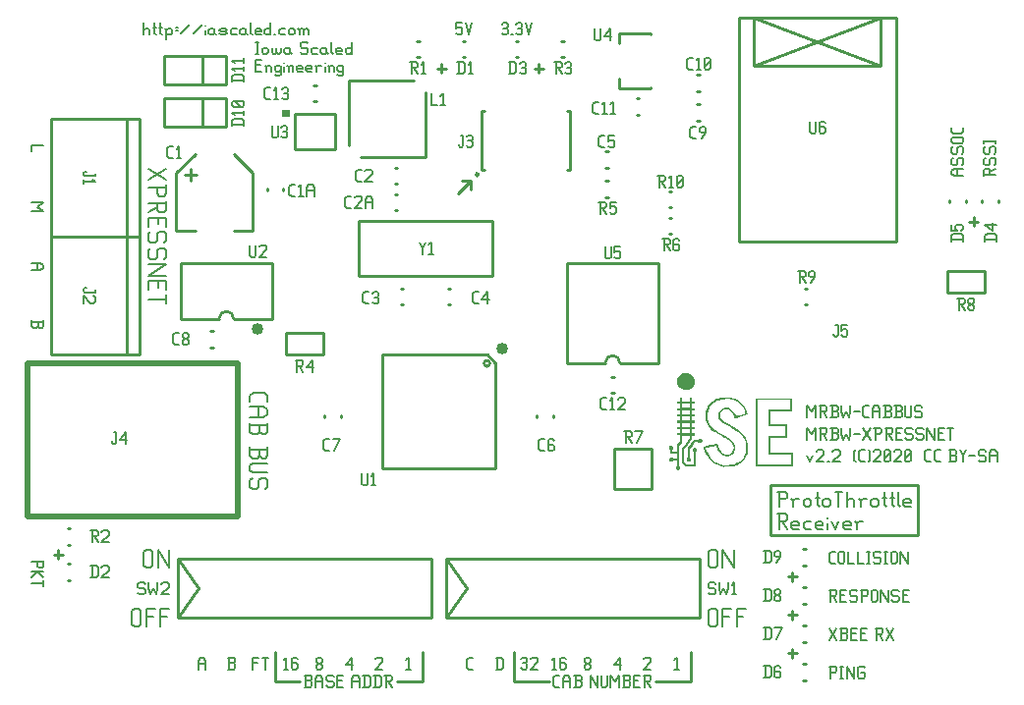
<source format=gbr>
G04 start of page 9 for group -4079 idx -4079 *
G04 Title: (unknown), topsilk *
G04 Creator: pcb 20140316 *
G04 CreationDate: Sun 13 Sep 2020 06:15:44 PM GMT UTC *
G04 For: railfan *
G04 Format: Gerber/RS-274X *
G04 PCB-Dimensions (mil): 3350.00 2300.00 *
G04 PCB-Coordinate-Origin: lower left *
%MOIN*%
%FSLAX25Y25*%
%LNTOPSILK*%
%ADD101C,0.0200*%
%ADD100C,0.0080*%
%ADD99C,0.0400*%
%ADD98C,0.0100*%
%ADD97C,0.0001*%
G54D97*G36*
X87500Y198000D02*X90000D01*
Y195500D01*
X87500D01*
Y198000D01*
G37*
G36*
X223941Y102782D02*X223056Y103069D01*
X222291Y103628D01*
X221743Y104360D01*
X221456Y105223D01*
X221418Y105863D01*
X221499Y106482D01*
X221809Y107247D01*
X222329Y107898D01*
X223176Y108473D01*
X224147Y108716D01*
X225156Y108629D01*
X226100Y108202D01*
X226653Y107697D01*
X227077Y107079D01*
X227310Y106395D01*
X227380Y105668D01*
X227272Y104941D01*
X227006Y104268D01*
X226599Y103720D01*
X226084Y103275D01*
X225482Y102955D01*
X224831Y102782D01*
X224380Y102760D01*
X223941Y102782D01*
G37*
G36*
X225107Y78623D02*X224825Y78812D01*
X224646Y79100D01*
X224641Y79534D01*
X224868Y79887D01*
X224999Y79979D01*
X225010Y80440D01*
X225015Y81552D01*
Y83126D01*
X226111Y84504D01*
X227201Y85887D01*
X228531D01*
X228617Y86007D01*
X228845Y86202D01*
X228997Y86267D01*
X229203Y86278D01*
X229404Y86272D01*
X229556Y86202D01*
X229778Y86012D01*
X229914Y85768D01*
X229930Y85486D01*
X229865Y85214D01*
X229589Y84927D01*
X229203Y84813D01*
X228645Y85062D01*
X228520Y85198D01*
X227532D01*
X226615Y84043D01*
X225704Y82887D01*
Y79990D01*
X225807Y79919D01*
X226067Y79523D01*
X226035Y79024D01*
X225650Y78650D01*
X225107Y78617D01*
Y78623D01*
G37*
G36*
X247970Y88535D02*X248610Y88540D01*
X248604Y77641D01*
X260030D01*
Y80798D01*
X252256D01*
Y87319D01*
X257941D01*
Y90488D01*
X252256D01*
Y96271D01*
X259716D01*
Y99440D01*
X248621D01*
X248610Y88540D01*
X247970Y88535D01*
Y100064D01*
X260350D01*
Y95653D01*
X252890D01*
Y91133D01*
X258571D01*
Y86723D01*
X252907D01*
X252896Y84091D01*
X252890Y81460D01*
X260654D01*
Y77022D01*
X247970D01*
Y88535D01*
G37*
G36*
X237385Y76729D02*X235567Y77071D01*
X233983Y77793D01*
X232876Y78671D01*
X231932Y79778D01*
X231070Y81341D01*
X230424Y83196D01*
X230326Y83565D01*
X232746Y84081D01*
X233679Y84281D01*
X234455Y84444D01*
X234981Y84547D01*
X235182Y84580D01*
X235236Y84368D01*
X235285Y84118D01*
X235367Y83782D01*
X235730Y82757D01*
X236245Y81932D01*
X236891Y81324D01*
X237662Y80961D01*
X237900Y80918D01*
X238296Y80901D01*
X238687Y80918D01*
X238942Y80961D01*
X239962Y81547D01*
X240521Y82583D01*
X240575Y83212D01*
X240521Y83809D01*
X241123Y83983D01*
X241161Y82567D01*
X240803Y81617D01*
X240173Y80885D01*
X239316Y80424D01*
X238280Y80256D01*
X236951Y80559D01*
X235882Y81384D01*
X235090Y82627D01*
X234889Y83153D01*
X234743Y83657D01*
X234694Y83826D01*
X234645Y83842D01*
X234493Y83815D01*
X234135Y83739D01*
X233609Y83625D01*
X232979Y83489D01*
X231829Y83245D01*
X231292Y83126D01*
X231129Y83077D01*
Y83044D01*
X231178Y82860D01*
X231303Y82491D01*
X231449Y82084D01*
X231574Y81758D01*
X232572Y79979D01*
X233858Y78650D01*
X235432Y77782D01*
X237303Y77364D01*
X237699Y77353D01*
X238247D01*
X238795Y77369D01*
X239218Y77402D01*
X240548Y77657D01*
X241709Y78091D01*
X242609Y78623D01*
X243363Y79279D01*
X243966Y80060D01*
X244432Y80966D01*
X244660Y81661D01*
X244817Y82447D01*
X244866Y83402D01*
X244817Y84336D01*
X244590Y85323D01*
X244232Y86213D01*
X243711Y87032D01*
X243027Y87813D01*
X242327Y88459D01*
X241519Y89056D01*
X240445Y89717D01*
X238953Y90547D01*
X237808Y91182D01*
X237016Y91660D01*
X236463Y92061D01*
X236034Y92463D01*
X235486Y93249D01*
X235318Y94117D01*
X235464Y95159D01*
X235898Y95973D01*
X236603Y96537D01*
X237558Y96819D01*
X238139Y96836D01*
X238714Y96770D01*
X239484Y96477D01*
X240152Y95951D01*
X240727Y95186D01*
X241221Y94166D01*
X241307Y93966D01*
X241367Y93922D01*
X241530Y93971D01*
X241909Y94074D01*
X242419Y94226D01*
X243005Y94394D01*
X243581Y94562D01*
X244080Y94714D01*
X244438Y94817D01*
X244579Y94861D01*
X244552Y94985D01*
X244465Y95262D01*
X244340Y95604D01*
X244221Y95919D01*
X243543Y97134D01*
X242653Y98138D01*
X241579Y98913D01*
X240325Y99440D01*
X238568Y99743D01*
X236647Y99657D01*
X234900Y99196D01*
X233500Y98360D01*
X232800Y97633D01*
X232258Y96749D01*
X231889Y95723D01*
X231688Y94573D01*
X231661Y93797D01*
X231699Y93087D01*
X231938Y92105D01*
X232377Y91199D01*
X233017Y90358D01*
X233880Y89566D01*
X234422Y89159D01*
X235052Y88746D01*
X235855Y88269D01*
X236940Y87661D01*
X237667Y87260D01*
X238209Y86951D01*
X238633Y86696D01*
X239007Y86457D01*
X240439Y85247D01*
X241123Y83983D01*
X240521Y83809D01*
X239924Y84878D01*
X238665Y85925D01*
X238302Y86158D01*
X237895Y86403D01*
X237379Y86696D01*
X236685Y87075D01*
X235307Y87851D01*
X234292Y88480D01*
X233517Y89045D01*
X232860Y89625D01*
X232111Y90466D01*
X231574Y91350D01*
X231156Y92533D01*
X231026Y93846D01*
X231118Y95132D01*
X231411Y96331D01*
X232171Y97855D01*
X233332Y99038D01*
X234862Y99863D01*
X236734Y100302D01*
X238193Y100384D01*
X239577Y100259D01*
X240852Y99933D01*
X241991Y99407D01*
X243130Y98561D01*
X244069Y97476D01*
X244796Y96174D01*
X245289Y94671D01*
X245349Y94416D01*
X243147Y93776D01*
X242284Y93532D01*
X241579Y93331D01*
X241101Y93201D01*
X240922Y93157D01*
X240846Y93358D01*
X240618Y93960D01*
X240358Y94535D01*
X239598Y95604D01*
X238649Y96136D01*
X238014Y96201D01*
X237363Y96152D01*
X236506Y95680D01*
X236169Y95219D01*
X235985Y94622D01*
X235947Y94139D01*
X235985Y93727D01*
X236332Y93076D01*
X237059Y92408D01*
X237412Y92164D01*
X237851Y91888D01*
X238426Y91562D01*
X239197Y91139D01*
X240065Y90667D01*
X240748Y90282D01*
X241307Y89951D01*
X241785Y89642D01*
X243011Y88714D01*
X243977Y87726D01*
X244704Y86674D01*
X245192Y85534D01*
X245468Y84162D01*
X245474Y82730D01*
X245219Y81330D01*
X244709Y80066D01*
X243912Y78948D01*
X242870Y78037D01*
X241600Y77359D01*
X240135Y76914D01*
X238757Y76740D01*
X237385Y76735D01*
Y76729D01*
G37*
G36*
X221543Y75709D02*X221147Y75980D01*
X221011Y76425D01*
X221065Y76740D01*
X221261Y76990D01*
X221391Y77104D01*
Y78986D01*
X220718D01*
X220241Y78981D01*
X220045Y78964D01*
X219953Y78840D01*
X219600Y78617D01*
X219172D01*
X218873Y78807D01*
X218689Y79100D01*
X218662Y79431D01*
X218770Y79724D01*
X218987Y79946D01*
X219302Y80066D01*
X219682Y80012D01*
X219991Y79773D01*
X220056Y79675D01*
X220724D01*
X221391Y79670D01*
Y81167D01*
X219058D01*
Y81900D01*
X219053Y82627D01*
X218955Y82697D01*
X218787Y82876D01*
X218678Y83093D01*
X218689Y83527D01*
X218873Y83815D01*
X219161Y83994D01*
X219497Y84026D01*
X219790Y83923D01*
X220013Y83701D01*
X220132Y83381D01*
X220078Y83006D01*
X219839Y82697D01*
X219742Y82627D01*
Y81851D01*
X221391D01*
Y84156D01*
X221857Y84748D01*
X222329Y85339D01*
Y87406D01*
X221418D01*
Y88193D01*
X225802D01*
Y89566D01*
X222986D01*
Y88193D01*
X222329D01*
Y89566D01*
X221418D01*
Y90325D01*
X222319D01*
Y91692D01*
X223002Y91719D01*
X222997Y91057D01*
X222991Y90586D01*
X223002Y90368D01*
X223067Y90358D01*
X223290Y90347D01*
X223724Y90341D01*
X224407Y90336D01*
X225802D01*
Y91719D01*
X223002D01*
X222319Y91692D01*
X221418D01*
Y92452D01*
X222329D01*
X222986Y92479D01*
X225802D01*
Y93852D01*
X222986D01*
Y92479D01*
X222329Y92452D01*
Y93824D01*
X221418D01*
Y94584D01*
X222319D01*
X222329Y95962D01*
X222986Y96005D01*
Y95327D01*
X222991Y94844D01*
X223008Y94627D01*
X223420Y94617D01*
X224407Y94611D01*
X225791D01*
X225796Y95300D01*
Y95316D01*
X225807Y96005D01*
X222986D01*
X222329Y95962D01*
X221418D01*
Y96722D01*
X222319D01*
Y98094D01*
X223002Y98148D01*
X222997Y97492D01*
X222991Y97015D01*
X223002Y96797D01*
X223067Y96787D01*
X223290Y96776D01*
X223724Y96770D01*
X224407Y96765D01*
X225807D01*
X225796Y97459D01*
X225791Y98148D01*
X223002D01*
X222319Y98094D01*
X221418D01*
Y98854D01*
X222329D01*
Y100096D01*
X222986D01*
Y98854D01*
X225802D01*
Y100096D01*
X226491D01*
Y98854D01*
X227402D01*
Y98094D01*
X226491D01*
Y96694D01*
X227402D01*
Y95935D01*
X226491D01*
Y94541D01*
X227402D01*
Y93781D01*
X226491D01*
Y92408D01*
X227402D01*
Y91649D01*
X226491D01*
Y90255D01*
X227402D01*
Y89495D01*
X226491D01*
Y88122D01*
X227402D01*
Y87336D01*
X226491D01*
X226485Y86750D01*
Y86158D01*
X225069Y84368D01*
X223648Y82583D01*
Y78574D01*
X224624Y77597D01*
X227044D01*
Y79719D01*
X227039Y80543D01*
Y81216D01*
X227033Y81672D01*
X227028Y81834D01*
X226903Y81927D01*
X226659Y82393D01*
X226794Y82909D01*
X227370Y83218D01*
X227972Y82947D01*
X228129Y82382D01*
X227831Y81872D01*
X227733Y81802D01*
Y76914D01*
X224342D01*
X222986Y78270D01*
Y82844D01*
X224396Y84623D01*
X225802Y86403D01*
Y87341D01*
X222986D01*
Y85003D01*
X222074Y83853D01*
Y77022D01*
X222140Y76990D01*
X222319Y76821D01*
X222449Y76588D01*
X222416Y76073D01*
X222069Y75693D01*
X221803Y75633D01*
X221543Y75644D01*
Y75709D01*
G37*
G54D98*X141500Y213500D02*Y210500D01*
X140000Y212000D02*X143000D01*
X174500Y213500D02*Y210500D01*
X173000Y212000D02*X176000D01*
G54D99*X79000Y123500D03*
G54D98*X151500Y174000D02*X147000Y169500D01*
X151500Y174000D02*Y171000D01*
X148500Y174000D02*X151500D01*
X126500Y4000D02*X135000D01*
Y14000D02*Y4000D01*
X85000D02*X93500D01*
X85000Y14000D02*Y4000D01*
X11500Y48500D02*Y45500D01*
X10000Y47000D02*X13000D01*
X166000Y4000D02*X178000D01*
X214000D02*X226000D01*
Y14000D02*Y4000D01*
X166000Y14000D02*Y4000D01*
G54D99*X162000Y117000D03*
G54D98*X303000Y53500D02*Y70500D01*
X253000D02*Y53500D01*
X303000D01*
Y70500D02*X253000D01*
X260500Y15000D02*Y12000D01*
X259000Y13500D02*X262000D01*
X260500Y28000D02*Y25000D01*
X259000Y26500D02*X262000D01*
X260500Y41000D02*Y38000D01*
X259000Y39500D02*X262000D01*
X322000Y161500D02*Y158500D01*
X320500Y160000D02*X323500D01*
G54D100*X59000Y11000D02*Y8000D01*
Y11000D02*X59700Y12000D01*
X60800D01*
X61500Y11000D01*
Y8000D01*
X59000Y10000D02*X61500D01*
X69000Y8000D02*X71000D01*
X71500Y8500D01*
Y9700D02*Y8500D01*
X71000Y10200D02*X71500Y9700D01*
X69500Y10200D02*X71000D01*
X69500Y12000D02*Y8000D01*
X69000Y12000D02*X71000D01*
X71500Y11500D01*
Y10700D01*
X71000Y10200D02*X71500Y10700D01*
X77500Y12000D02*Y8000D01*
Y12000D02*X79500D01*
X77500Y10200D02*X79000D01*
X80700Y12000D02*X82700D01*
X81700D02*Y8000D01*
X95000Y2000D02*X97000D01*
X97500Y2500D01*
Y3700D02*Y2500D01*
X97000Y4200D02*X97500Y3700D01*
X95500Y4200D02*X97000D01*
X95500Y6000D02*Y2000D01*
X95000Y6000D02*X97000D01*
X97500Y5500D01*
Y4700D01*
X97000Y4200D02*X97500Y4700D01*
X98700Y5000D02*Y2000D01*
Y5000D02*X99400Y6000D01*
X100500D01*
X101200Y5000D01*
Y2000D01*
X98700Y4000D02*X101200D01*
X104400Y6000D02*X104900Y5500D01*
X102900Y6000D02*X104400D01*
X102400Y5500D02*X102900Y6000D01*
X102400Y5500D02*Y4500D01*
X102900Y4000D01*
X104400D01*
X104900Y3500D01*
Y2500D01*
X104400Y2000D02*X104900Y2500D01*
X102900Y2000D02*X104400D01*
X102400Y2500D02*X102900Y2000D01*
X106100Y4200D02*X107600D01*
X106100Y2000D02*X108100D01*
X106100Y6000D02*Y2000D01*
Y6000D02*X108100D01*
X111100Y5000D02*Y2000D01*
Y5000D02*X111800Y6000D01*
X112900D01*
X113600Y5000D01*
Y2000D01*
X111100Y4000D02*X113600D01*
X115300Y6000D02*Y2000D01*
X116600Y6000D02*X117300Y5300D01*
Y2700D01*
X116600Y2000D02*X117300Y2700D01*
X114800Y2000D02*X116600D01*
X114800Y6000D02*X116600D01*
X119000D02*Y2000D01*
X120300Y6000D02*X121000Y5300D01*
Y2700D01*
X120300Y2000D02*X121000Y2700D01*
X118500Y2000D02*X120300D01*
X118500Y6000D02*X120300D01*
X122200D02*X124200D01*
X124700Y5500D01*
Y4500D01*
X124200Y4000D02*X124700Y4500D01*
X122700Y4000D02*X124200D01*
X122700Y6000D02*Y2000D01*
X123500Y4000D02*X124700Y2000D01*
X88000Y11200D02*X88800Y12000D01*
Y8000D01*
X88000D02*X89500D01*
X92200Y12000D02*X92700Y11500D01*
X91200Y12000D02*X92200D01*
X90700Y11500D02*X91200Y12000D01*
X90700Y11500D02*Y8500D01*
X91200Y8000D01*
X92200Y10200D02*X92700Y9700D01*
X90700Y10200D02*X92200D01*
X91200Y8000D02*X92200D01*
X92700Y8500D01*
Y9700D02*Y8500D01*
X99000D02*X99500Y8000D01*
X99000Y9300D02*Y8500D01*
Y9300D02*X99700Y10000D01*
X100300D01*
X101000Y9300D01*
Y8500D01*
X100500Y8000D02*X101000Y8500D01*
X99500Y8000D02*X100500D01*
X99000Y10700D02*X99700Y10000D01*
X99000Y11500D02*Y10700D01*
Y11500D02*X99500Y12000D01*
X100500D01*
X101000Y11500D01*
Y10700D01*
X100300Y10000D02*X101000Y10700D01*
X109000Y9500D02*X111000Y12000D01*
X109000Y9500D02*X111500D01*
X111000Y12000D02*Y8000D01*
X119000Y11500D02*X119500Y12000D01*
X121000D01*
X121500Y11500D01*
Y10500D01*
X119000Y8000D02*X121500Y10500D01*
X119000Y8000D02*X121500D01*
X129500Y11200D02*X130300Y12000D01*
Y8000D01*
X129500D02*X131000D01*
X36500Y27800D02*Y23300D01*
Y27800D02*X37250Y28550D01*
X38750D01*
X39500Y27800D01*
Y23300D01*
X38750Y22550D02*X39500Y23300D01*
X37250Y22550D02*X38750D01*
X36500Y23300D02*X37250Y22550D01*
X41300Y28550D02*Y22550D01*
Y28550D02*X44300D01*
X41300Y25850D02*X43550D01*
X46100Y28550D02*Y22550D01*
Y28550D02*X49100D01*
X46100Y25850D02*X48350D01*
X40500Y47800D02*Y43300D01*
Y47800D02*X41250Y48550D01*
X42750D01*
X43500Y47800D01*
Y43300D01*
X42750Y42550D02*X43500Y43300D01*
X41250Y42550D02*X42750D01*
X40500Y43300D02*X41250Y42550D01*
X45300Y48550D02*Y42550D01*
Y48550D02*X49050Y42550D01*
Y48550D02*Y42550D01*
X2500Y44500D02*X6500D01*
Y45000D02*Y43000D01*
X6000Y42500D01*
X5000D02*X6000D01*
X4500Y43000D02*X5000Y42500D01*
X4500Y44500D02*Y43000D01*
X2500Y41300D02*X6500D01*
X4500D02*X6500Y39300D01*
X4500Y41300D02*X2500Y39300D01*
X6500Y38100D02*Y36100D01*
X2500Y37100D02*X6500D01*
X76500Y100950D02*Y99000D01*
X77550Y102000D02*X76500Y100950D01*
X77550Y102000D02*X81450D01*
X82500Y100950D01*
Y99000D01*
X76500Y97200D02*X81000D01*
X82500Y96150D01*
Y94500D01*
X81000Y93450D01*
X76500D02*X81000D01*
X79500Y97200D02*Y93450D01*
X76500Y91650D02*Y88650D01*
X77250Y87900D01*
X79050D01*
X79800Y88650D02*X79050Y87900D01*
X79800Y90900D02*Y88650D01*
X76500Y90900D02*X82500D01*
Y91650D02*Y88650D01*
X81750Y87900D01*
X80550D02*X81750D01*
X79800Y88650D02*X80550Y87900D01*
X76500Y83400D02*Y80400D01*
X77250Y79650D01*
X79050D01*
X79800Y80400D02*X79050Y79650D01*
X79800Y82650D02*Y80400D01*
X76500Y82650D02*X82500D01*
Y83400D02*Y80400D01*
X81750Y79650D01*
X80550D02*X81750D01*
X79800Y80400D02*X80550Y79650D01*
X77250Y77850D02*X82500D01*
X77250D02*X76500Y77100D01*
Y75600D01*
X77250Y74850D01*
X82500D01*
Y70050D02*X81750Y69300D01*
X82500Y72300D02*Y70050D01*
X81750Y73050D02*X82500Y72300D01*
X80250Y73050D02*X81750D01*
X80250D02*X79500Y72300D01*
Y70050D01*
X78750Y69300D01*
X77250D02*X78750D01*
X76500Y70050D02*X77250Y69300D01*
X76500Y72300D02*Y70050D01*
X77250Y73050D02*X76500Y72300D01*
X146500Y227500D02*X148500D01*
X146500D02*Y225500D01*
X147000Y226000D01*
X148000D01*
X148500Y225500D01*
Y224000D01*
X148000Y223500D02*X148500Y224000D01*
X147000Y223500D02*X148000D01*
X146500Y224000D02*X147000Y223500D01*
X149700Y227500D02*X150700Y223500D01*
X151700Y227500D01*
X78500Y221000D02*X79500D01*
X79000D02*Y217000D01*
X78500D02*X79500D01*
X80700Y218500D02*Y217500D01*
Y218500D02*X81200Y219000D01*
X82200D01*
X82700Y218500D01*
Y217500D01*
X82200Y217000D02*X82700Y217500D01*
X81200Y217000D02*X82200D01*
X80700Y217500D02*X81200Y217000D01*
X83900Y219000D02*Y217500D01*
X84400Y217000D01*
X84900D01*
X85400Y217500D01*
Y219000D02*Y217500D01*
X85900Y217000D01*
X86400D01*
X86900Y217500D01*
Y219000D02*Y217500D01*
X89600Y219000D02*X90100Y218500D01*
X88600Y219000D02*X89600D01*
X88100Y218500D02*X88600Y219000D01*
X88100Y218500D02*Y217500D01*
X88600Y217000D01*
X90100Y219000D02*Y217500D01*
X90600Y217000D01*
X88600D02*X89600D01*
X90100Y217500D01*
X95600Y221000D02*X96100Y220500D01*
X94100Y221000D02*X95600D01*
X93600Y220500D02*X94100Y221000D01*
X93600Y220500D02*Y219500D01*
X94100Y219000D01*
X95600D01*
X96100Y218500D01*
Y217500D01*
X95600Y217000D02*X96100Y217500D01*
X94100Y217000D02*X95600D01*
X93600Y217500D02*X94100Y217000D01*
X97800Y219000D02*X99300D01*
X97300Y218500D02*X97800Y219000D01*
X97300Y218500D02*Y217500D01*
X97800Y217000D01*
X99300D01*
X102000Y219000D02*X102500Y218500D01*
X101000Y219000D02*X102000D01*
X100500Y218500D02*X101000Y219000D01*
X100500Y218500D02*Y217500D01*
X101000Y217000D01*
X102500Y219000D02*Y217500D01*
X103000Y217000D01*
X101000D02*X102000D01*
X102500Y217500D01*
X104200Y221000D02*Y217500D01*
X104700Y217000D01*
X106200D02*X107700D01*
X105700Y217500D02*X106200Y217000D01*
X105700Y218500D02*Y217500D01*
Y218500D02*X106200Y219000D01*
X107200D01*
X107700Y218500D01*
X105700Y218000D02*X107700D01*
Y218500D02*Y218000D01*
X110900Y221000D02*Y217000D01*
X110400D02*X110900Y217500D01*
X109400Y217000D02*X110400D01*
X108900Y217500D02*X109400Y217000D01*
X108900Y218500D02*Y217500D01*
Y218500D02*X109400Y219000D01*
X110400D01*
X110900Y218500D01*
X78500Y213200D02*X80000D01*
X78500Y211000D02*X80500D01*
X78500Y215000D02*Y211000D01*
Y215000D02*X80500D01*
X82200Y212500D02*Y211000D01*
Y212500D02*X82700Y213000D01*
X83200D01*
X83700Y212500D01*
Y211000D01*
X81700Y213000D02*X82200Y212500D01*
X86400Y213000D02*X86900Y212500D01*
X85400Y213000D02*X86400D01*
X84900Y212500D02*X85400Y213000D01*
X84900Y212500D02*Y211500D01*
X85400Y211000D01*
X86400D01*
X86900Y211500D01*
X84900Y210000D02*X85400Y209500D01*
X86400D01*
X86900Y210000D01*
Y213000D02*Y210000D01*
X88100Y214000D02*Y213900D01*
Y212500D02*Y211000D01*
X89600Y212500D02*Y211000D01*
Y212500D02*X90100Y213000D01*
X90600D01*
X91100Y212500D01*
Y211000D01*
X89100Y213000D02*X89600Y212500D01*
X92800Y211000D02*X94300D01*
X92300Y211500D02*X92800Y211000D01*
X92300Y212500D02*Y211500D01*
Y212500D02*X92800Y213000D01*
X93800D01*
X94300Y212500D01*
X92300Y212000D02*X94300D01*
Y212500D02*Y212000D01*
X96000Y211000D02*X97500D01*
X95500Y211500D02*X96000Y211000D01*
X95500Y212500D02*Y211500D01*
Y212500D02*X96000Y213000D01*
X97000D01*
X97500Y212500D01*
X95500Y212000D02*X97500D01*
Y212500D02*Y212000D01*
X99200Y212500D02*Y211000D01*
Y212500D02*X99700Y213000D01*
X100700D01*
X98700D02*X99200Y212500D01*
X101900Y214000D02*Y213900D01*
Y212500D02*Y211000D01*
X103400Y212500D02*Y211000D01*
Y212500D02*X103900Y213000D01*
X104400D01*
X104900Y212500D01*
Y211000D01*
X102900Y213000D02*X103400Y212500D01*
X107600Y213000D02*X108100Y212500D01*
X106600Y213000D02*X107600D01*
X106100Y212500D02*X106600Y213000D01*
X106100Y212500D02*Y211500D01*
X106600Y211000D01*
X107600D01*
X108100Y211500D01*
X106100Y210000D02*X106600Y209500D01*
X107600D01*
X108100Y210000D01*
Y213000D02*Y210000D01*
X2500Y186000D02*X6500D01*
X2500D02*Y184000D01*
Y166500D02*X6500D01*
X4500Y165000D01*
X6500Y163500D01*
X2500D02*X6500D01*
X2500Y146000D02*X5500D01*
X6500Y145300D01*
Y144200D01*
X5500Y143500D01*
X2500D02*X5500D01*
X4500Y146000D02*Y143500D01*
X2500Y126500D02*Y124500D01*
X3000Y124000D01*
X4200D01*
X4700Y124500D02*X4200Y124000D01*
X4700Y126000D02*Y124500D01*
X2500Y126000D02*X6500D01*
Y126500D02*Y124500D01*
X6000Y124000D01*
X5200D02*X6000D01*
X4700Y124500D02*X5200Y124000D01*
X42000Y178000D02*X48000Y174250D01*
Y178000D02*X42000Y174250D01*
Y171700D02*X48000D01*
Y172450D02*Y169450D01*
X47250Y168700D01*
X45750D02*X47250D01*
X45000Y169450D02*X45750Y168700D01*
X45000Y171700D02*Y169450D01*
X48000Y166900D02*Y163900D01*
X47250Y163150D01*
X45750D02*X47250D01*
X45000Y163900D02*X45750Y163150D01*
X45000Y166150D02*Y163900D01*
X42000Y166150D02*X48000D01*
X45000Y164950D02*X42000Y163150D01*
X45300Y161350D02*Y159100D01*
X42000Y161350D02*Y158350D01*
Y161350D02*X48000D01*
Y158350D01*
Y153550D02*X47250Y152800D01*
X48000Y155800D02*Y153550D01*
X47250Y156550D02*X48000Y155800D01*
X45750Y156550D02*X47250D01*
X45750D02*X45000Y155800D01*
Y153550D01*
X44250Y152800D01*
X42750D02*X44250D01*
X42000Y153550D02*X42750Y152800D01*
X42000Y155800D02*Y153550D01*
X42750Y156550D02*X42000Y155800D01*
X48000Y148000D02*X47250Y147250D01*
X48000Y150250D02*Y148000D01*
X47250Y151000D02*X48000Y150250D01*
X45750Y151000D02*X47250D01*
X45750D02*X45000Y150250D01*
Y148000D01*
X44250Y147250D01*
X42750D02*X44250D01*
X42000Y148000D02*X42750Y147250D01*
X42000Y150250D02*Y148000D01*
X42750Y151000D02*X42000Y150250D01*
Y145450D02*X48000D01*
X42000Y141700D01*
X48000D01*
X45300Y139900D02*Y137650D01*
X42000Y139900D02*Y136900D01*
Y139900D02*X48000D01*
Y136900D01*
Y135100D02*Y132100D01*
X42000Y133600D02*X48000D01*
X161957Y227000D02*X162457Y227500D01*
X163457D01*
X163957Y227000D01*
X163457Y223500D02*X163957Y224000D01*
X162457Y223500D02*X163457D01*
X161957Y224000D02*X162457Y223500D01*
Y225700D02*X163457D01*
X163957Y227000D02*Y226200D01*
Y225200D02*Y224000D01*
Y225200D02*X163457Y225700D01*
X163957Y226200D02*X163457Y225700D01*
X165157Y223500D02*X165657D01*
X166857Y227000D02*X167357Y227500D01*
X168357D01*
X168857Y227000D01*
X168357Y223500D02*X168857Y224000D01*
X167357Y223500D02*X168357D01*
X166857Y224000D02*X167357Y223500D01*
Y225700D02*X168357D01*
X168857Y227000D02*Y226200D01*
Y225200D02*Y224000D01*
Y225200D02*X168357Y225700D01*
X168857Y226200D02*X168357Y225700D01*
X170057Y227500D02*X171057Y223500D01*
X172057Y227500D01*
X40500D02*Y223500D01*
Y225000D02*X41000Y225500D01*
X42000D01*
X42500Y225000D01*
Y223500D01*
X44200Y227500D02*Y224000D01*
X44700Y223500D01*
X43700Y226000D02*X44700D01*
X46200Y227500D02*Y224000D01*
X46700Y223500D01*
X45700Y226000D02*X46700D01*
X48200Y225000D02*Y222000D01*
X47700Y225500D02*X48200Y225000D01*
X48700Y225500D01*
X49700D01*
X50200Y225000D01*
Y224000D01*
X49700Y223500D02*X50200Y224000D01*
X48700Y223500D02*X49700D01*
X48200Y224000D02*X48700Y223500D01*
X51400Y226000D02*X51900D01*
X51400Y225000D02*X51900D01*
X53100Y224000D02*X56100Y227000D01*
X57300Y224000D02*X60300Y227000D01*
X61500Y226500D02*Y226400D01*
Y225000D02*Y223500D01*
X64000Y225500D02*X64500Y225000D01*
X63000Y225500D02*X64000D01*
X62500Y225000D02*X63000Y225500D01*
X62500Y225000D02*Y224000D01*
X63000Y223500D01*
X64500Y225500D02*Y224000D01*
X65000Y223500D01*
X63000D02*X64000D01*
X64500Y224000D01*
X66700Y223500D02*X68200D01*
X68700Y224000D01*
X68200Y224500D02*X68700Y224000D01*
X66700Y224500D02*X68200D01*
X66200Y225000D02*X66700Y224500D01*
X66200Y225000D02*X66700Y225500D01*
X68200D01*
X68700Y225000D01*
X66200Y224000D02*X66700Y223500D01*
X70400Y225500D02*X71900D01*
X69900Y225000D02*X70400Y225500D01*
X69900Y225000D02*Y224000D01*
X70400Y223500D01*
X71900D01*
X74600Y225500D02*X75100Y225000D01*
X73600Y225500D02*X74600D01*
X73100Y225000D02*X73600Y225500D01*
X73100Y225000D02*Y224000D01*
X73600Y223500D01*
X75100Y225500D02*Y224000D01*
X75600Y223500D01*
X73600D02*X74600D01*
X75100Y224000D01*
X76800Y227500D02*Y224000D01*
X77300Y223500D01*
X78800D02*X80300D01*
X78300Y224000D02*X78800Y223500D01*
X78300Y225000D02*Y224000D01*
Y225000D02*X78800Y225500D01*
X79800D01*
X80300Y225000D01*
X78300Y224500D02*X80300D01*
Y225000D02*Y224500D01*
X83500Y227500D02*Y223500D01*
X83000D02*X83500Y224000D01*
X82000Y223500D02*X83000D01*
X81500Y224000D02*X82000Y223500D01*
X81500Y225000D02*Y224000D01*
Y225000D02*X82000Y225500D01*
X83000D01*
X83500Y225000D01*
X84700Y223500D02*X85200D01*
X86900Y225500D02*X88400D01*
X86400Y225000D02*X86900Y225500D01*
X86400Y225000D02*Y224000D01*
X86900Y223500D01*
X88400D01*
X89600Y225000D02*Y224000D01*
Y225000D02*X90100Y225500D01*
X91100D01*
X91600Y225000D01*
Y224000D01*
X91100Y223500D02*X91600Y224000D01*
X90100Y223500D02*X91100D01*
X89600Y224000D02*X90100Y223500D01*
X93300Y225000D02*Y223500D01*
Y225000D02*X93800Y225500D01*
X94300D01*
X94800Y225000D01*
Y223500D01*
Y225000D02*X95300Y225500D01*
X95800D01*
X96300Y225000D01*
Y223500D01*
X92800Y225500D02*X93300Y225000D01*
X160500Y12000D02*Y8000D01*
X161800Y12000D02*X162500Y11300D01*
Y8700D01*
X161800Y8000D02*X162500Y8700D01*
X160000Y8000D02*X161800D01*
X160000Y12000D02*X161800D01*
X168500Y11500D02*X169000Y12000D01*
X170000D01*
X170500Y11500D01*
X170000Y8000D02*X170500Y8500D01*
X169000Y8000D02*X170000D01*
X168500Y8500D02*X169000Y8000D01*
Y10200D02*X170000D01*
X170500Y11500D02*Y10700D01*
Y9700D02*Y8500D01*
Y9700D02*X170000Y10200D01*
X170500Y10700D02*X170000Y10200D01*
X171700Y11500D02*X172200Y12000D01*
X173700D01*
X174200Y11500D01*
Y10500D01*
X171700Y8000D02*X174200Y10500D01*
X171700Y8000D02*X174200D01*
X179000Y11200D02*X179800Y12000D01*
Y8000D01*
X179000D02*X180500D01*
X183200Y12000D02*X183700Y11500D01*
X182200Y12000D02*X183200D01*
X181700Y11500D02*X182200Y12000D01*
X181700Y11500D02*Y8500D01*
X182200Y8000D01*
X183200Y10200D02*X183700Y9700D01*
X181700Y10200D02*X183200D01*
X182200Y8000D02*X183200D01*
X183700Y8500D01*
Y9700D02*Y8500D01*
X150700Y8000D02*X152000D01*
X150000Y8700D02*X150700Y8000D01*
X150000Y11300D02*Y8700D01*
Y11300D02*X150700Y12000D01*
X152000D01*
X180200Y2000D02*X181500D01*
X179500Y2700D02*X180200Y2000D01*
X179500Y5300D02*Y2700D01*
Y5300D02*X180200Y6000D01*
X181500D01*
X182700Y5000D02*Y2000D01*
Y5000D02*X183400Y6000D01*
X184500D01*
X185200Y5000D01*
Y2000D01*
X182700Y4000D02*X185200D01*
X186400Y2000D02*X188400D01*
X188900Y2500D01*
Y3700D02*Y2500D01*
X188400Y4200D02*X188900Y3700D01*
X186900Y4200D02*X188400D01*
X186900Y6000D02*Y2000D01*
X186400Y6000D02*X188400D01*
X188900Y5500D01*
Y4700D01*
X188400Y4200D02*X188900Y4700D01*
X191900Y6000D02*Y2000D01*
Y6000D02*X194400Y2000D01*
Y6000D02*Y2000D01*
X195600Y6000D02*Y2500D01*
X196100Y2000D01*
X197100D01*
X197600Y2500D01*
Y6000D02*Y2500D01*
X198800Y6000D02*Y2000D01*
Y6000D02*X200300Y4000D01*
X201800Y6000D01*
Y2000D01*
X203000D02*X205000D01*
X205500Y2500D01*
Y3700D02*Y2500D01*
X205000Y4200D02*X205500Y3700D01*
X203500Y4200D02*X205000D01*
X203500Y6000D02*Y2000D01*
X203000Y6000D02*X205000D01*
X205500Y5500D01*
Y4700D01*
X205000Y4200D02*X205500Y4700D01*
X206700Y4200D02*X208200D01*
X206700Y2000D02*X208700D01*
X206700Y6000D02*Y2000D01*
Y6000D02*X208700D01*
X209900D02*X211900D01*
X212400Y5500D01*
Y4500D01*
X211900Y4000D02*X212400Y4500D01*
X210400Y4000D02*X211900D01*
X210400Y6000D02*Y2000D01*
X211200Y4000D02*X212400Y2000D01*
X190000Y8500D02*X190500Y8000D01*
X190000Y9300D02*Y8500D01*
Y9300D02*X190700Y10000D01*
X191300D01*
X192000Y9300D01*
Y8500D01*
X191500Y8000D02*X192000Y8500D01*
X190500Y8000D02*X191500D01*
X190000Y10700D02*X190700Y10000D01*
X190000Y11500D02*Y10700D01*
Y11500D02*X190500Y12000D01*
X191500D01*
X192000Y11500D01*
Y10700D01*
X191300Y10000D02*X192000Y10700D01*
X200000Y9500D02*X202000Y12000D01*
X200000Y9500D02*X202500D01*
X202000Y12000D02*Y8000D01*
X220500Y11200D02*X221300Y12000D01*
Y8000D01*
X220500D02*X222000D01*
X210000Y11500D02*X210500Y12000D01*
X212000D01*
X212500Y11500D01*
Y10500D01*
X210000Y8000D02*X212500Y10500D01*
X210000Y8000D02*X212500D01*
X273500Y9000D02*Y5000D01*
X273000Y9000D02*X275000D01*
X275500Y8500D01*
Y7500D01*
X275000Y7000D02*X275500Y7500D01*
X273500Y7000D02*X275000D01*
X276700Y9000D02*X277700D01*
X277200D02*Y5000D01*
X276700D02*X277700D01*
X278900Y9000D02*Y5000D01*
Y9000D02*X281400Y5000D01*
Y9000D02*Y5000D01*
X284600Y9000D02*X285100Y8500D01*
X283100Y9000D02*X284600D01*
X282600Y8500D02*X283100Y9000D01*
X282600Y8500D02*Y5500D01*
X283100Y5000D01*
X284600D01*
X285100Y5500D01*
Y6500D02*Y5500D01*
X284600Y7000D02*X285100Y6500D01*
X283600Y7000D02*X284600D01*
X232000Y27800D02*Y23300D01*
Y27800D02*X232750Y28550D01*
X234250D01*
X235000Y27800D01*
Y23300D01*
X234250Y22550D02*X235000Y23300D01*
X232750Y22550D02*X234250D01*
X232000Y23300D02*X232750Y22550D01*
X236800Y28550D02*Y22550D01*
Y28550D02*X239800D01*
X236800Y25850D02*X239050D01*
X241600Y28550D02*Y22550D01*
Y28550D02*X244600D01*
X241600Y25850D02*X243850D01*
X273000Y18000D02*X275500Y22000D01*
X273000D02*X275500Y18000D01*
X276700D02*X278700D01*
X279200Y18500D01*
Y19700D02*Y18500D01*
X278700Y20200D02*X279200Y19700D01*
X277200Y20200D02*X278700D01*
X277200Y22000D02*Y18000D01*
X276700Y22000D02*X278700D01*
X279200Y21500D01*
Y20700D01*
X278700Y20200D02*X279200Y20700D01*
X280400Y20200D02*X281900D01*
X280400Y18000D02*X282400D01*
X280400Y22000D02*Y18000D01*
Y22000D02*X282400D01*
X283600Y20200D02*X285100D01*
X283600Y18000D02*X285600D01*
X283600Y22000D02*Y18000D01*
Y22000D02*X285600D01*
X288600D02*X290600D01*
X291100Y21500D01*
Y20500D01*
X290600Y20000D02*X291100Y20500D01*
X289100Y20000D02*X290600D01*
X289100Y22000D02*Y18000D01*
X289900Y20000D02*X291100Y18000D01*
X292300D02*X294800Y22000D01*
X292300D02*X294800Y18000D01*
X232000Y47800D02*Y43300D01*
Y47800D02*X232750Y48550D01*
X234250D01*
X235000Y47800D01*
Y43300D01*
X234250Y42550D02*X235000Y43300D01*
X232750Y42550D02*X234250D01*
X232000Y43300D02*X232750Y42550D01*
X236800Y48550D02*Y42550D01*
Y48550D02*X240550Y42550D01*
Y48550D02*Y42550D01*
X255500Y60780D02*X258040D01*
X258675Y60145D01*
Y58875D01*
X258040Y58240D02*X258675Y58875D01*
X256135Y58240D02*X258040D01*
X256135Y60780D02*Y55700D01*
X257151Y58240D02*X258675Y55700D01*
X260834D02*X262739D01*
X260199Y56335D02*X260834Y55700D01*
X260199Y57605D02*Y56335D01*
Y57605D02*X260834Y58240D01*
X262104D01*
X262739Y57605D01*
X260199Y56970D02*X262739D01*
Y57605D02*Y56970D01*
X264898Y58240D02*X266803D01*
X264263Y57605D02*X264898Y58240D01*
X264263Y57605D02*Y56335D01*
X264898Y55700D01*
X266803D01*
X268962D02*X270867D01*
X268327Y56335D02*X268962Y55700D01*
X268327Y57605D02*Y56335D01*
Y57605D02*X268962Y58240D01*
X270232D01*
X270867Y57605D01*
X268327Y56970D02*X270867D01*
Y57605D02*Y56970D01*
X272391Y59510D02*Y59383D01*
Y57605D02*Y55700D01*
X273661Y58240D02*X274931Y55700D01*
X276201Y58240D02*X274931Y55700D01*
X278360D02*X280265D01*
X277725Y56335D02*X278360Y55700D01*
X277725Y57605D02*Y56335D01*
Y57605D02*X278360Y58240D01*
X279630D01*
X280265Y57605D01*
X277725Y56970D02*X280265D01*
Y57605D02*Y56970D01*
X282424Y57605D02*Y55700D01*
Y57605D02*X283059Y58240D01*
X284329D01*
X281789D02*X282424Y57605D01*
X256135Y68280D02*Y63200D01*
X255500Y68280D02*X258040D01*
X258675Y67645D01*
Y66375D01*
X258040Y65740D02*X258675Y66375D01*
X256135Y65740D02*X258040D01*
X260834Y65105D02*Y63200D01*
Y65105D02*X261469Y65740D01*
X262739D01*
X260199D02*X260834Y65105D01*
X264263D02*Y63835D01*
Y65105D02*X264898Y65740D01*
X266168D01*
X266803Y65105D01*
Y63835D01*
X266168Y63200D02*X266803Y63835D01*
X264898Y63200D02*X266168D01*
X264263Y63835D02*X264898Y63200D01*
X268962Y68280D02*Y63835D01*
X269597Y63200D01*
X268327Y66375D02*X269597D01*
X270867Y65105D02*Y63835D01*
Y65105D02*X271502Y65740D01*
X272772D01*
X273407Y65105D01*
Y63835D01*
X272772Y63200D02*X273407Y63835D01*
X271502Y63200D02*X272772D01*
X270867Y63835D02*X271502Y63200D01*
X274931Y68280D02*X277471D01*
X276201D02*Y63200D01*
X278995Y68280D02*Y63200D01*
Y65105D02*X279630Y65740D01*
X280900D01*
X281535Y65105D01*
Y63200D01*
X283694Y65105D02*Y63200D01*
Y65105D02*X284329Y65740D01*
X285599D01*
X283059D02*X283694Y65105D01*
X287123D02*Y63835D01*
Y65105D02*X287758Y65740D01*
X289028D01*
X289663Y65105D01*
Y63835D01*
X289028Y63200D02*X289663Y63835D01*
X287758Y63200D02*X289028D01*
X287123Y63835D02*X287758Y63200D01*
X291822Y68280D02*Y63835D01*
X292457Y63200D01*
X291187Y66375D02*X292457D01*
X294362Y68280D02*Y63835D01*
X294997Y63200D01*
X293727Y66375D02*X294997D01*
X296267Y68280D02*Y63835D01*
X296902Y63200D01*
X298807D02*X300712D01*
X298172Y63835D02*X298807Y63200D01*
X298172Y65105D02*Y63835D01*
Y65105D02*X298807Y65740D01*
X300077D01*
X300712Y65105D01*
X298172Y64470D02*X300712D01*
Y65105D02*Y64470D01*
X273700Y44000D02*X275000D01*
X273000Y44700D02*X273700Y44000D01*
X273000Y47300D02*Y44700D01*
Y47300D02*X273700Y48000D01*
X275000D01*
X276200Y47500D02*Y44500D01*
Y47500D02*X276700Y48000D01*
X277700D01*
X278200Y47500D01*
Y44500D01*
X277700Y44000D02*X278200Y44500D01*
X276700Y44000D02*X277700D01*
X276200Y44500D02*X276700Y44000D01*
X279400Y48000D02*Y44000D01*
X281400D01*
X282600Y48000D02*Y44000D01*
X284600D01*
X285800Y48000D02*X286800D01*
X286300D02*Y44000D01*
X285800D02*X286800D01*
X290000Y48000D02*X290500Y47500D01*
X288500Y48000D02*X290000D01*
X288000Y47500D02*X288500Y48000D01*
X288000Y47500D02*Y46500D01*
X288500Y46000D01*
X290000D01*
X290500Y45500D01*
Y44500D01*
X290000Y44000D02*X290500Y44500D01*
X288500Y44000D02*X290000D01*
X288000Y44500D02*X288500Y44000D01*
X291700Y48000D02*X292700D01*
X292200D02*Y44000D01*
X291700D02*X292700D01*
X293900Y47500D02*Y44500D01*
Y47500D02*X294400Y48000D01*
X295400D01*
X295900Y47500D01*
Y44500D01*
X295400Y44000D02*X295900Y44500D01*
X294400Y44000D02*X295400D01*
X293900Y44500D02*X294400Y44000D01*
X297100Y48000D02*Y44000D01*
Y48000D02*X299600Y44000D01*
Y48000D02*Y44000D01*
X273000Y35000D02*X275000D01*
X275500Y34500D01*
Y33500D01*
X275000Y33000D02*X275500Y33500D01*
X273500Y33000D02*X275000D01*
X273500Y35000D02*Y31000D01*
X274300Y33000D02*X275500Y31000D01*
X276700Y33200D02*X278200D01*
X276700Y31000D02*X278700D01*
X276700Y35000D02*Y31000D01*
Y35000D02*X278700D01*
X281900D02*X282400Y34500D01*
X280400Y35000D02*X281900D01*
X279900Y34500D02*X280400Y35000D01*
X279900Y34500D02*Y33500D01*
X280400Y33000D01*
X281900D01*
X282400Y32500D01*
Y31500D01*
X281900Y31000D02*X282400Y31500D01*
X280400Y31000D02*X281900D01*
X279900Y31500D02*X280400Y31000D01*
X284100Y35000D02*Y31000D01*
X283600Y35000D02*X285600D01*
X286100Y34500D01*
Y33500D01*
X285600Y33000D02*X286100Y33500D01*
X284100Y33000D02*X285600D01*
X287300Y34500D02*Y31500D01*
Y34500D02*X287800Y35000D01*
X288800D01*
X289300Y34500D01*
Y31500D01*
X288800Y31000D02*X289300Y31500D01*
X287800Y31000D02*X288800D01*
X287300Y31500D02*X287800Y31000D01*
X290500Y35000D02*Y31000D01*
Y35000D02*X293000Y31000D01*
Y35000D02*Y31000D01*
X296200Y35000D02*X296700Y34500D01*
X294700Y35000D02*X296200D01*
X294200Y34500D02*X294700Y35000D01*
X294200Y34500D02*Y33500D01*
X294700Y33000D01*
X296200D01*
X296700Y32500D01*
Y31500D01*
X296200Y31000D02*X296700Y31500D01*
X294700Y31000D02*X296200D01*
X294200Y31500D02*X294700Y31000D01*
X297900Y33200D02*X299400D01*
X297900Y31000D02*X299900D01*
X297900Y35000D02*Y31000D01*
Y35000D02*X299900D01*
X325500Y177500D02*Y175500D01*
Y177500D02*X326000Y178000D01*
X327000D01*
X327500Y177500D02*X327000Y178000D01*
X327500Y177500D02*Y176000D01*
X325500D02*X329500D01*
X327500Y176800D02*X329500Y178000D01*
X325500Y181200D02*X326000Y181700D01*
X325500Y181200D02*Y179700D01*
X326000Y179200D02*X325500Y179700D01*
X326000Y179200D02*X327000D01*
X327500Y179700D01*
Y181200D02*Y179700D01*
Y181200D02*X328000Y181700D01*
X329000D01*
X329500Y181200D02*X329000Y181700D01*
X329500Y181200D02*Y179700D01*
X329000Y179200D02*X329500Y179700D01*
X325500Y184900D02*X326000Y185400D01*
X325500Y184900D02*Y183400D01*
X326000Y182900D02*X325500Y183400D01*
X326000Y182900D02*X327000D01*
X327500Y183400D01*
Y184900D02*Y183400D01*
Y184900D02*X328000Y185400D01*
X329000D01*
X329500Y184900D02*X329000Y185400D01*
X329500Y184900D02*Y183400D01*
X329000Y182900D02*X329500Y183400D01*
X325500Y187600D02*Y186600D01*
Y187100D02*X329500D01*
Y187600D02*Y186600D01*
X315500Y175500D02*X318500D01*
X315500D02*X314500Y176200D01*
Y177300D02*Y176200D01*
Y177300D02*X315500Y178000D01*
X318500D01*
X316500D02*Y175500D01*
X314500Y181200D02*X315000Y181700D01*
X314500Y181200D02*Y179700D01*
X315000Y179200D02*X314500Y179700D01*
X315000Y179200D02*X316000D01*
X316500Y179700D01*
Y181200D02*Y179700D01*
Y181200D02*X317000Y181700D01*
X318000D01*
X318500Y181200D02*X318000Y181700D01*
X318500Y181200D02*Y179700D01*
X318000Y179200D02*X318500Y179700D01*
X314500Y184900D02*X315000Y185400D01*
X314500Y184900D02*Y183400D01*
X315000Y182900D02*X314500Y183400D01*
X315000Y182900D02*X316000D01*
X316500Y183400D01*
Y184900D02*Y183400D01*
Y184900D02*X317000Y185400D01*
X318000D01*
X318500Y184900D02*X318000Y185400D01*
X318500Y184900D02*Y183400D01*
X318000Y182900D02*X318500Y183400D01*
X315000Y186600D02*X318000D01*
X315000D02*X314500Y187100D01*
Y188100D02*Y187100D01*
Y188100D02*X315000Y188600D01*
X318000D01*
X318500Y188100D02*X318000Y188600D01*
X318500Y188100D02*Y187100D01*
X318000Y186600D02*X318500Y187100D01*
Y191800D02*Y190500D01*
X317800Y189800D02*X318500Y190500D01*
X315200Y189800D02*X317800D01*
X315200D02*X314500Y190500D01*
Y191800D02*Y190500D01*
X265500Y80500D02*X266500Y78500D01*
X267500Y80500D02*X266500Y78500D01*
X268700Y82000D02*X269200Y82500D01*
X270700D01*
X271200Y82000D01*
Y81000D01*
X268700Y78500D02*X271200Y81000D01*
X268700Y78500D02*X271200D01*
X272400D02*X272900D01*
X274100Y82000D02*X274600Y82500D01*
X276100D01*
X276600Y82000D01*
Y81000D01*
X274100Y78500D02*X276600Y81000D01*
X274100Y78500D02*X276600D01*
X281400Y79000D02*X281900Y78500D01*
X281400Y82000D02*X281900Y82500D01*
X281400Y82000D02*Y79000D01*
X283800Y78500D02*X285100D01*
X283100Y79200D02*X283800Y78500D01*
X283100Y81800D02*Y79200D01*
Y81800D02*X283800Y82500D01*
X285100D01*
X286300D02*X286800Y82000D01*
Y79000D01*
X286300Y78500D02*X286800Y79000D01*
X288000Y82000D02*X288500Y82500D01*
X290000D01*
X290500Y82000D01*
Y81000D01*
X288000Y78500D02*X290500Y81000D01*
X288000Y78500D02*X290500D01*
X291700Y79000D02*X292200Y78500D01*
X291700Y82000D02*Y79000D01*
Y82000D02*X292200Y82500D01*
X293200D01*
X293700Y82000D01*
Y79000D01*
X293200Y78500D02*X293700Y79000D01*
X292200Y78500D02*X293200D01*
X291700Y79500D02*X293700Y81500D01*
X294900Y82000D02*X295400Y82500D01*
X296900D01*
X297400Y82000D01*
Y81000D01*
X294900Y78500D02*X297400Y81000D01*
X294900Y78500D02*X297400D01*
X298600Y79000D02*X299100Y78500D01*
X298600Y82000D02*Y79000D01*
Y82000D02*X299100Y82500D01*
X300100D01*
X300600Y82000D01*
Y79000D01*
X300100Y78500D02*X300600Y79000D01*
X299100Y78500D02*X300100D01*
X298600Y79500D02*X300600Y81500D01*
X306100Y78500D02*X307400D01*
X305400Y79200D02*X306100Y78500D01*
X305400Y81800D02*Y79200D01*
Y81800D02*X306100Y82500D01*
X307400D01*
X309300Y78500D02*X310600D01*
X308600Y79200D02*X309300Y78500D01*
X308600Y81800D02*Y79200D01*
Y81800D02*X309300Y82500D01*
X310600D01*
X313600Y78500D02*X315600D01*
X316100Y79000D01*
Y80200D02*Y79000D01*
X315600Y80700D02*X316100Y80200D01*
X314100Y80700D02*X315600D01*
X314100Y82500D02*Y78500D01*
X313600Y82500D02*X315600D01*
X316100Y82000D01*
Y81200D01*
X315600Y80700D02*X316100Y81200D01*
X317300Y82500D02*X318300Y80500D01*
X319300Y82500D01*
X318300Y80500D02*Y78500D01*
X320500Y80500D02*X322500D01*
X325700Y82500D02*X326200Y82000D01*
X324200Y82500D02*X325700D01*
X323700Y82000D02*X324200Y82500D01*
X323700Y82000D02*Y81000D01*
X324200Y80500D01*
X325700D01*
X326200Y80000D01*
Y79000D01*
X325700Y78500D02*X326200Y79000D01*
X324200Y78500D02*X325700D01*
X323700Y79000D02*X324200Y78500D01*
X327400Y81500D02*Y78500D01*
Y81500D02*X328100Y82500D01*
X329200D01*
X329900Y81500D01*
Y78500D01*
X327400Y80500D02*X329900D01*
X265500Y90000D02*Y86000D01*
Y90000D02*X267000Y88000D01*
X268500Y90000D01*
Y86000D01*
X269700Y90000D02*X271700D01*
X272200Y89500D01*
Y88500D01*
X271700Y88000D02*X272200Y88500D01*
X270200Y88000D02*X271700D01*
X270200Y90000D02*Y86000D01*
X271000Y88000D02*X272200Y86000D01*
X273400D02*X275400D01*
X275900Y86500D01*
Y87700D02*Y86500D01*
X275400Y88200D02*X275900Y87700D01*
X273900Y88200D02*X275400D01*
X273900Y90000D02*Y86000D01*
X273400Y90000D02*X275400D01*
X275900Y89500D01*
Y88700D01*
X275400Y88200D02*X275900Y88700D01*
X277100Y90000D02*Y88000D01*
X277600Y86000D01*
X278600Y88000D01*
X279600Y86000D01*
X280100Y88000D01*
Y90000D02*Y88000D01*
X281300D02*X283300D01*
X284500Y86000D02*X287000Y90000D01*
X284500D02*X287000Y86000D01*
X288700Y90000D02*Y86000D01*
X288200Y90000D02*X290200D01*
X290700Y89500D01*
Y88500D01*
X290200Y88000D02*X290700Y88500D01*
X288700Y88000D02*X290200D01*
X291900Y90000D02*X293900D01*
X294400Y89500D01*
Y88500D01*
X293900Y88000D02*X294400Y88500D01*
X292400Y88000D02*X293900D01*
X292400Y90000D02*Y86000D01*
X293200Y88000D02*X294400Y86000D01*
X295600Y88200D02*X297100D01*
X295600Y86000D02*X297600D01*
X295600Y90000D02*Y86000D01*
Y90000D02*X297600D01*
X300800D02*X301300Y89500D01*
X299300Y90000D02*X300800D01*
X298800Y89500D02*X299300Y90000D01*
X298800Y89500D02*Y88500D01*
X299300Y88000D01*
X300800D01*
X301300Y87500D01*
Y86500D01*
X300800Y86000D02*X301300Y86500D01*
X299300Y86000D02*X300800D01*
X298800Y86500D02*X299300Y86000D01*
X304500Y90000D02*X305000Y89500D01*
X303000Y90000D02*X304500D01*
X302500Y89500D02*X303000Y90000D01*
X302500Y89500D02*Y88500D01*
X303000Y88000D01*
X304500D01*
X305000Y87500D01*
Y86500D01*
X304500Y86000D02*X305000Y86500D01*
X303000Y86000D02*X304500D01*
X302500Y86500D02*X303000Y86000D01*
X306200Y90000D02*Y86000D01*
Y90000D02*X308700Y86000D01*
Y90000D02*Y86000D01*
X309900Y88200D02*X311400D01*
X309900Y86000D02*X311900D01*
X309900Y90000D02*Y86000D01*
Y90000D02*X311900D01*
X313100D02*X315100D01*
X314100D02*Y86000D01*
X265500Y97500D02*Y93500D01*
Y97500D02*X267000Y95500D01*
X268500Y97500D01*
Y93500D01*
X269700Y97500D02*X271700D01*
X272200Y97000D01*
Y96000D01*
X271700Y95500D02*X272200Y96000D01*
X270200Y95500D02*X271700D01*
X270200Y97500D02*Y93500D01*
X271000Y95500D02*X272200Y93500D01*
X273400D02*X275400D01*
X275900Y94000D01*
Y95200D02*Y94000D01*
X275400Y95700D02*X275900Y95200D01*
X273900Y95700D02*X275400D01*
X273900Y97500D02*Y93500D01*
X273400Y97500D02*X275400D01*
X275900Y97000D01*
Y96200D01*
X275400Y95700D02*X275900Y96200D01*
X277100Y97500D02*Y95500D01*
X277600Y93500D01*
X278600Y95500D01*
X279600Y93500D01*
X280100Y95500D01*
Y97500D02*Y95500D01*
X281300D02*X283300D01*
X285200Y93500D02*X286500D01*
X284500Y94200D02*X285200Y93500D01*
X284500Y96800D02*Y94200D01*
Y96800D02*X285200Y97500D01*
X286500D01*
X287700Y96500D02*Y93500D01*
Y96500D02*X288400Y97500D01*
X289500D01*
X290200Y96500D01*
Y93500D01*
X287700Y95500D02*X290200D01*
X291400Y93500D02*X293400D01*
X293900Y94000D01*
Y95200D02*Y94000D01*
X293400Y95700D02*X293900Y95200D01*
X291900Y95700D02*X293400D01*
X291900Y97500D02*Y93500D01*
X291400Y97500D02*X293400D01*
X293900Y97000D01*
Y96200D01*
X293400Y95700D02*X293900Y96200D01*
X295100Y93500D02*X297100D01*
X297600Y94000D01*
Y95200D02*Y94000D01*
X297100Y95700D02*X297600Y95200D01*
X295600Y95700D02*X297100D01*
X295600Y97500D02*Y93500D01*
X295100Y97500D02*X297100D01*
X297600Y97000D01*
Y96200D01*
X297100Y95700D02*X297600Y96200D01*
X298800Y97500D02*Y94000D01*
X299300Y93500D01*
X300300D01*
X300800Y94000D01*
Y97500D02*Y94000D01*
X304000Y97500D02*X304500Y97000D01*
X302500Y97500D02*X304000D01*
X302000Y97000D02*X302500Y97500D01*
X302000Y97000D02*Y96000D01*
X302500Y95500D01*
X304000D01*
X304500Y95000D01*
Y94000D01*
X304000Y93500D02*X304500Y94000D01*
X302500Y93500D02*X304000D01*
X302000Y94000D02*X302500Y93500D01*
G54D101*X1000Y60000D02*X72300D01*
X1000Y112000D02*X72300D01*
Y60000D01*
X1000Y112000D02*X980Y60000D01*
G54D98*X84000Y146000D02*Y127000D01*
X53000Y146000D02*X84000D01*
X53000D02*Y127000D01*
X71000D02*X84000D01*
X53000D02*X66000D01*
X71000D02*G75*G03X66000Y127000I-2500J0D01*G01*
X9200Y155000D02*Y115000D01*
X39200Y155000D02*Y115000D01*
X34800Y155000D02*Y115000D01*
X9200Y155000D02*X39200D01*
X9200Y115000D02*X39200D01*
X63107Y122755D02*X63893D01*
X63107Y117245D02*X63893D01*
X9200Y195000D02*Y155000D01*
X39200Y195000D02*Y155000D01*
X34800Y195000D02*Y155000D01*
X9200Y195000D02*X39200D01*
X9200Y155000D02*X39200D01*
X51508Y157008D02*X58004D01*
X70996D02*X77492D01*
Y176496D02*Y157008D01*
X51508Y176496D02*Y157008D01*
X77492Y176496D02*X70996Y182992D01*
X51508Y176496D02*X58004Y182992D01*
X54500Y176000D02*X58500D01*
X56500Y178000D02*Y174000D01*
X138000Y45500D02*Y25500D01*
X52000Y45500D02*X138000D01*
X52000Y25500D02*X138000D01*
X52000Y45500D02*Y25500D01*
Y45500D02*X59000Y35500D01*
X52000Y25500D02*X59000Y35500D01*
X14607Y55755D02*X15393D01*
X14607Y50245D02*X15393D01*
X14607Y38245D02*X15393D01*
X14607Y43755D02*X15393D01*
X87755Y171393D02*Y170607D01*
X82245Y171393D02*Y170607D01*
X91600Y196500D02*X105500D01*
X91600D02*Y184700D01*
X105500D01*
Y196500D02*Y184700D01*
X125607Y172745D02*X126393D01*
X125607Y178255D02*X126393D01*
X125607Y163745D02*X126393D01*
X125607Y169255D02*X126393D01*
X47500Y216300D02*X68500D01*
X47500Y206700D02*X68500D01*
Y216300D02*Y206700D01*
X47500Y216300D02*Y206700D01*
X60500Y216300D02*Y206700D01*
X47500Y201800D02*X68500D01*
X47500Y192200D02*X68500D01*
Y201800D02*Y192200D01*
X47500Y201800D02*Y192200D01*
X60500Y201800D02*Y192200D01*
X98107Y206255D02*X98893D01*
X98107Y200745D02*X98893D01*
X200201Y82890D02*X212799D01*
Y69110D01*
X200201D01*
Y82890D01*
X215000Y146000D02*Y112000D01*
X184000Y146000D02*X215000D01*
X184000D02*Y112000D01*
X202000D02*X215000D01*
X184000D02*X197000D01*
X202000D02*G75*G03X197000Y112000I-2500J0D01*G01*
X199107Y101745D02*X199893D01*
X199107Y107255D02*X199893D01*
X229000Y45500D02*Y25500D01*
X143000Y45500D02*X229000D01*
X143000Y25500D02*X229000D01*
X143000Y45500D02*Y25500D01*
Y45500D02*X150000Y35500D01*
X143000Y25500D02*X150000Y35500D01*
X159785Y111885D02*Y76215D01*
X121215D02*X159785D01*
X121215Y114785D02*Y76215D01*
Y114785D02*X156885D01*
X159785Y111885D01*
X156885Y112885D02*G75*G03X156885Y112885I0J-1000D01*G01*
X173745Y94393D02*Y93607D01*
X179255Y94393D02*Y93607D01*
X107255Y94393D02*Y93607D01*
X101745Y94393D02*Y93607D01*
X113362Y160350D02*X158638D01*
Y141650D01*
X113362D01*
Y160350D01*
X143607Y131745D02*X144393D01*
X143607Y137255D02*X144393D01*
X127607D02*X128393D01*
X127607Y131745D02*X128393D01*
X88701Y122241D02*X101299D01*
Y114759D01*
X88701D02*X101299D01*
X88701Y122241D02*Y114759D01*
X264107Y4245D02*X264893D01*
X264107Y9755D02*X264893D01*
X264107Y17245D02*X264893D01*
X264107Y22755D02*X264893D01*
X264107Y30245D02*X264893D01*
X264107Y35755D02*X264893D01*
X264107Y43245D02*X264893D01*
X264107Y48755D02*X264893D01*
X313201Y135759D02*X325799D01*
X313201Y143241D02*Y135759D01*
Y143241D02*X325799D01*
Y135759D01*
X264607Y137255D02*X265393D01*
X264607Y131745D02*X265393D01*
X201850Y205250D02*X212480D01*
X201850Y223750D02*X212480D01*
X201850Y208500D02*Y205250D01*
Y223750D02*Y220500D01*
X212480Y205429D02*Y205250D01*
Y223750D02*Y223571D01*
X218607Y155745D02*X219393D01*
X218607Y161255D02*X219393D01*
X218607Y164745D02*X219393D01*
X218607Y170255D02*X219393D01*
X133107Y215745D02*X133893D01*
X133107Y221255D02*X133893D01*
X148607Y215745D02*X149393D01*
X148607Y221255D02*X149393D01*
X182107D02*X182893D01*
X182107Y215745D02*X182893D01*
X166607Y221255D02*X167393D01*
X166607Y215745D02*X167393D01*
X155000Y197500D02*Y177500D01*
X185000Y197500D02*Y177500D01*
X155000Y197500D02*X156000D01*
X184000D02*X185000D01*
X184000Y177500D02*X185000D01*
X155000D02*X156000D01*
X153500Y175500D02*G75*G03X153500Y175500I0J500D01*G01*
X197107Y183755D02*X197893D01*
X197107Y178245D02*X197893D01*
X197107Y173755D02*X197893D01*
X197107Y168245D02*X197893D01*
X110000Y208000D02*Y186000D01*
Y208000D02*X132000D01*
X136000Y204000D02*Y182000D01*
X114000D02*X136000D01*
X242350Y229100D02*X295650D01*
Y153100D01*
X242350D02*X295650D01*
X242350Y229100D02*Y153100D01*
X247500Y213000D02*X290500D01*
X247500Y229100D02*Y213000D01*
X290500Y229100D02*Y213000D01*
X247500D02*X290500Y229100D01*
X247500D02*X290500Y213000D01*
X207607Y201755D02*X208393D01*
X207607Y196245D02*X208393D01*
X228107Y204245D02*X228893D01*
X228107Y209755D02*X228893D01*
X228107Y194245D02*X228893D01*
X228107Y199755D02*X228893D01*
X319255Y167393D02*Y166607D01*
X313745Y167393D02*Y166607D01*
X330255Y167393D02*Y166607D01*
X324745Y167393D02*Y166607D01*
G54D100*X203500Y88799D02*X205500D01*
X206000Y88299D01*
Y87299D01*
X205500Y86799D02*X206000Y87299D01*
X204000Y86799D02*X205500D01*
X204000Y88799D02*Y84799D01*
X204800Y86799D02*X206000Y84799D01*
X207700D02*X209700Y88799D01*
X207200D02*X209700D01*
X114500Y74500D02*Y71000D01*
X115000Y70500D01*
X116000D01*
X116500Y71000D01*
Y74500D02*Y71000D01*
X117700Y73700D02*X118500Y74500D01*
Y70500D01*
X117700D02*X119200D01*
X175050Y82150D02*X176350D01*
X174350Y82850D02*X175050Y82150D01*
X174350Y85450D02*Y82850D01*
Y85450D02*X175050Y86150D01*
X176350D01*
X179050D02*X179550Y85650D01*
X178050Y86150D02*X179050D01*
X177550Y85650D02*X178050Y86150D01*
X177550Y85650D02*Y82650D01*
X178050Y82150D01*
X179050Y84350D02*X179550Y83850D01*
X177550Y84350D02*X179050D01*
X178050Y82150D02*X179050D01*
X179550Y82650D01*
Y83850D02*Y82650D01*
X102050Y82150D02*X103350D01*
X101350Y82850D02*X102050Y82150D01*
X101350Y85450D02*Y82850D01*
Y85450D02*X102050Y86150D01*
X103350D01*
X105050Y82150D02*X107050Y86150D01*
X104550D02*X107050D01*
X196050Y96150D02*X197350D01*
X195350Y96850D02*X196050Y96150D01*
X195350Y99450D02*Y96850D01*
Y99450D02*X196050Y100150D01*
X197350D01*
X198550Y99350D02*X199350Y100150D01*
Y96150D01*
X198550D02*X200050D01*
X201250Y99650D02*X201750Y100150D01*
X203250D01*
X203750Y99650D01*
Y98650D01*
X201250Y96150D02*X203750Y98650D01*
X201250Y96150D02*X203750D01*
X234000Y37500D02*X234500Y37000D01*
X232500Y37500D02*X234000D01*
X232000Y37000D02*X232500Y37500D01*
X232000Y37000D02*Y36000D01*
X232500Y35500D01*
X234000D01*
X234500Y35000D01*
Y34000D01*
X234000Y33500D02*X234500Y34000D01*
X232500Y33500D02*X234000D01*
X232000Y34000D02*X232500Y33500D01*
X235700Y37500D02*Y35500D01*
X236200Y33500D01*
X237200Y35500D01*
X238200Y33500D01*
X238700Y35500D01*
Y37500D02*Y35500D01*
X239900Y36700D02*X240700Y37500D01*
Y33500D01*
X239900D02*X241400D01*
X40500Y37500D02*X41000Y37000D01*
X39000Y37500D02*X40500D01*
X38500Y37000D02*X39000Y37500D01*
X38500Y37000D02*Y36000D01*
X39000Y35500D01*
X40500D01*
X41000Y35000D01*
Y34000D01*
X40500Y33500D02*X41000Y34000D01*
X39000Y33500D02*X40500D01*
X38500Y34000D02*X39000Y33500D01*
X42200Y37500D02*Y35500D01*
X42700Y33500D01*
X43700Y35500D01*
X44700Y33500D01*
X45200Y35500D01*
Y37500D02*Y35500D01*
X46400Y37000D02*X46900Y37500D01*
X48400D01*
X48900Y37000D01*
Y36000D01*
X46400Y33500D02*X48900Y36000D01*
X46400Y33500D02*X48900D01*
X251264Y9150D02*Y5150D01*
X252564Y9150D02*X253264Y8450D01*
Y5850D01*
X252564Y5150D02*X253264Y5850D01*
X250764Y5150D02*X252564D01*
X250764Y9150D02*X252564D01*
X255964D02*X256464Y8650D01*
X254964Y9150D02*X255964D01*
X254464Y8650D02*X254964Y9150D01*
X254464Y8650D02*Y5650D01*
X254964Y5150D01*
X255964Y7350D02*X256464Y6850D01*
X254464Y7350D02*X255964D01*
X254964Y5150D02*X255964D01*
X256464Y5650D01*
Y6850D02*Y5650D01*
X251264Y22150D02*Y18150D01*
X252564Y22150D02*X253264Y21450D01*
Y18850D01*
X252564Y18150D02*X253264Y18850D01*
X250764Y18150D02*X252564D01*
X250764Y22150D02*X252564D01*
X254964Y18150D02*X256964Y22150D01*
X254464D02*X256964D01*
X251264Y35150D02*Y31150D01*
X252564Y35150D02*X253264Y34450D01*
Y31850D01*
X252564Y31150D02*X253264Y31850D01*
X250764Y31150D02*X252564D01*
X250764Y35150D02*X252564D01*
X254464Y31650D02*X254964Y31150D01*
X254464Y32450D02*Y31650D01*
Y32450D02*X255164Y33150D01*
X255764D01*
X256464Y32450D01*
Y31650D01*
X255964Y31150D02*X256464Y31650D01*
X254964Y31150D02*X255964D01*
X254464Y33850D02*X255164Y33150D01*
X254464Y34650D02*Y33850D01*
Y34650D02*X254964Y35150D01*
X255964D01*
X256464Y34650D01*
Y33850D01*
X255764Y33150D02*X256464Y33850D01*
X251264Y48150D02*Y44150D01*
X252564Y48150D02*X253264Y47450D01*
Y44850D01*
X252564Y44150D02*X253264Y44850D01*
X250764Y44150D02*X252564D01*
X250764Y48150D02*X252564D01*
X254964Y44150D02*X256464Y46150D01*
Y47650D02*Y46150D01*
X255964Y48150D02*X256464Y47650D01*
X254964Y48150D02*X255964D01*
X254464Y47650D02*X254964Y48150D01*
X254464Y47650D02*Y46650D01*
X254964Y46150D01*
X256464D01*
X24000Y176300D02*Y175500D01*
X20500D02*X24000D01*
X20000Y176000D02*X20500Y175500D01*
X20000Y176500D02*Y176000D01*
X20500Y177000D02*X20000Y176500D01*
X20500Y177000D02*X21000D01*
X23200Y174300D02*X24000Y173500D01*
X20000D02*X24000D01*
X20000Y174300D02*Y172800D01*
X49200Y181500D02*X50500D01*
X48500Y182200D02*X49200Y181500D01*
X48500Y184800D02*Y182200D01*
Y184800D02*X49200Y185500D01*
X50500D01*
X51700Y184700D02*X52500Y185500D01*
Y181500D01*
X51700D02*X53200D01*
X30357Y88500D02*X31157D01*
Y85000D01*
X30657Y84500D02*X31157Y85000D01*
X30157Y84500D02*X30657D01*
X29657Y85000D02*X30157Y84500D01*
X29657Y85500D02*Y85000D01*
X32357Y86000D02*X34357Y88500D01*
X32357Y86000D02*X34857D01*
X34357Y88500D02*Y84500D01*
X24000Y136800D02*Y136000D01*
X20500D02*X24000D01*
X20000Y136500D02*X20500Y136000D01*
X20000Y137000D02*Y136500D01*
X20500Y137500D02*X20000Y137000D01*
X20500Y137500D02*X21000D01*
X23500Y134800D02*X24000Y134300D01*
Y132800D01*
X23500Y132300D01*
X22500D02*X23500D01*
X20000Y134800D02*X22500Y132300D01*
X20000Y134800D02*Y132300D01*
X22393Y55150D02*X24393D01*
X24893Y54650D01*
Y53650D01*
X24393Y53150D02*X24893Y53650D01*
X22893Y53150D02*X24393D01*
X22893Y55150D02*Y51150D01*
X23693Y53150D02*X24893Y51150D01*
X26093Y54650D02*X26593Y55150D01*
X28093D01*
X28593Y54650D01*
Y53650D01*
X26093Y51150D02*X28593Y53650D01*
X26093Y51150D02*X28593D01*
X22936Y43150D02*Y39150D01*
X24236Y43150D02*X24936Y42450D01*
Y39850D01*
X24236Y39150D02*X24936Y39850D01*
X22436Y39150D02*X24236D01*
X22436Y43150D02*X24236D01*
X26136Y42650D02*X26636Y43150D01*
X28136D01*
X28636Y42650D01*
Y41650D01*
X26136Y39150D02*X28636Y41650D01*
X26136Y39150D02*X28636D01*
X70500Y208000D02*X74500D01*
X70500Y209300D02*X71200Y210000D01*
X73800D01*
X74500Y209300D02*X73800Y210000D01*
X74500Y209300D02*Y207500D01*
X70500Y209300D02*Y207500D01*
X71300Y211200D02*X70500Y212000D01*
X74500D01*
Y212700D02*Y211200D01*
X71300Y213900D02*X70500Y214700D01*
X74500D01*
Y215400D02*Y213900D01*
X70500Y193000D02*X74500D01*
X70500Y194300D02*X71200Y195000D01*
X73800D01*
X74500Y194300D02*X73800Y195000D01*
X74500Y194300D02*Y192500D01*
X70500Y194300D02*Y192500D01*
X71300Y196200D02*X70500Y197000D01*
X74500D01*
Y197700D02*Y196200D01*
X74000Y198900D02*X74500Y199400D01*
X71000Y198900D02*X74000D01*
X71000D02*X70500Y199400D01*
Y200400D02*Y199400D01*
Y200400D02*X71000Y200900D01*
X74000D01*
X74500Y200400D02*X74000Y200900D01*
X74500Y200400D02*Y199400D01*
X73500Y198900D02*X71500Y200900D01*
X92000Y113000D02*X94000D01*
X94500Y112500D01*
Y111500D01*
X94000Y111000D02*X94500Y111500D01*
X92500Y111000D02*X94000D01*
X92500Y113000D02*Y109000D01*
X93300Y111000D02*X94500Y109000D01*
X95700Y110500D02*X97700Y113000D01*
X95700Y110500D02*X98200D01*
X97700Y113000D02*Y109000D01*
X130850Y214150D02*X132850D01*
X133350Y213650D01*
Y212650D01*
X132850Y212150D02*X133350Y212650D01*
X131350Y212150D02*X132850D01*
X131350Y214150D02*Y210150D01*
X132150Y212150D02*X133350Y210150D01*
X134550Y213350D02*X135350Y214150D01*
Y210150D01*
X134550D02*X136050D01*
X147350Y214150D02*Y210150D01*
X148650Y214150D02*X149350Y213450D01*
Y210850D01*
X148650Y210150D02*X149350Y210850D01*
X146850Y210150D02*X148650D01*
X146850Y214150D02*X148650D01*
X150550Y213350D02*X151350Y214150D01*
Y210150D01*
X150550D02*X152050D01*
X164850Y214150D02*Y210150D01*
X166150Y214150D02*X166850Y213450D01*
Y210850D01*
X166150Y210150D02*X166850Y210850D01*
X164350Y210150D02*X166150D01*
X164350Y214150D02*X166150D01*
X168050Y213650D02*X168550Y214150D01*
X169550D01*
X170050Y213650D01*
X169550Y210150D02*X170050Y210650D01*
X168550Y210150D02*X169550D01*
X168050Y210650D02*X168550Y210150D01*
Y212350D02*X169550D01*
X170050Y213650D02*Y212850D01*
Y211850D02*Y210650D01*
Y211850D02*X169550Y212350D01*
X170050Y212850D02*X169550Y212350D01*
X147960Y189240D02*X148760D01*
Y185740D01*
X148260Y185240D02*X148760Y185740D01*
X147760Y185240D02*X148260D01*
X147260Y185740D02*X147760Y185240D01*
X147260Y186240D02*Y185740D01*
X149960Y188740D02*X150460Y189240D01*
X151460D01*
X151960Y188740D01*
X151460Y185240D02*X151960Y185740D01*
X150460Y185240D02*X151460D01*
X149960Y185740D02*X150460Y185240D01*
Y187440D02*X151460D01*
X151960Y188740D02*Y187940D01*
Y186940D02*Y185740D01*
Y186940D02*X151460Y187440D01*
X151960Y187940D02*X151460Y187440D01*
X138000Y203500D02*Y199500D01*
X140000D01*
X141200Y202700D02*X142000Y203500D01*
Y199500D01*
X141200D02*X142700D01*
X76500Y152000D02*Y148500D01*
X77000Y148000D01*
X78000D01*
X78500Y148500D01*
Y152000D02*Y148500D01*
X79700Y151500D02*X80200Y152000D01*
X81700D01*
X82200Y151500D01*
Y150500D01*
X79700Y148000D02*X82200Y150500D01*
X79700Y148000D02*X82200D01*
X134000Y153000D02*X135000Y151000D01*
X136000Y153000D01*
X135000Y151000D02*Y149000D01*
X137200Y152200D02*X138000Y153000D01*
Y149000D01*
X137200D02*X138700D01*
X90550Y168650D02*X91850D01*
X89850Y169350D02*X90550Y168650D01*
X89850Y171950D02*Y169350D01*
Y171950D02*X90550Y172650D01*
X91850D01*
X93050Y171850D02*X93850Y172650D01*
Y168650D01*
X93050D02*X94550D01*
X95750Y171650D02*Y168650D01*
Y171650D02*X96450Y172650D01*
X97550D01*
X98250Y171650D01*
Y168650D01*
X95750Y170650D02*X98250D01*
X113007Y173650D02*X114307D01*
X112307Y174350D02*X113007Y173650D01*
X112307Y176950D02*Y174350D01*
Y176950D02*X113007Y177650D01*
X114307D01*
X115507Y177150D02*X116007Y177650D01*
X117507D01*
X118007Y177150D01*
Y176150D01*
X115507Y173650D02*X118007Y176150D01*
X115507Y173650D02*X118007D01*
X109507Y164650D02*X110807D01*
X108807Y165350D02*X109507Y164650D01*
X108807Y167950D02*Y165350D01*
Y167950D02*X109507Y168650D01*
X110807D01*
X112007Y168150D02*X112507Y168650D01*
X114007D01*
X114507Y168150D01*
Y167150D01*
X112007Y164650D02*X114507Y167150D01*
X112007Y164650D02*X114507D01*
X115707Y167650D02*Y164650D01*
Y167650D02*X116407Y168650D01*
X117507D01*
X118207Y167650D01*
Y164650D01*
X115707Y166650D02*X118207D01*
X84000Y192500D02*Y189000D01*
X84500Y188500D01*
X85500D01*
X86000Y189000D01*
Y192500D02*Y189000D01*
X87200Y192000D02*X87700Y192500D01*
X88700D01*
X89200Y192000D01*
X88700Y188500D02*X89200Y189000D01*
X87700Y188500D02*X88700D01*
X87200Y189000D02*X87700Y188500D01*
Y190700D02*X88700D01*
X89200Y192000D02*Y191200D01*
Y190200D02*Y189000D01*
Y190200D02*X88700Y190700D01*
X89200Y191200D02*X88700Y190700D01*
X82200Y201500D02*X83500D01*
X81500Y202200D02*X82200Y201500D01*
X81500Y204800D02*Y202200D01*
Y204800D02*X82200Y205500D01*
X83500D01*
X84700Y204700D02*X85500Y205500D01*
Y201500D01*
X84700D02*X86200D01*
X87400Y205000D02*X87900Y205500D01*
X88900D01*
X89400Y205000D01*
X88900Y201500D02*X89400Y202000D01*
X87900Y201500D02*X88900D01*
X87400Y202000D02*X87900Y201500D01*
Y203700D02*X88900D01*
X89400Y205000D02*Y204200D01*
Y203200D02*Y202000D01*
Y203200D02*X88900Y203700D01*
X89400Y204200D02*X88900Y203700D01*
X193550Y196650D02*X194850D01*
X192850Y197350D02*X193550Y196650D01*
X192850Y199950D02*Y197350D01*
Y199950D02*X193550Y200650D01*
X194850D01*
X196050Y199850D02*X196850Y200650D01*
Y196650D01*
X196050D02*X197550D01*
X198750Y199850D02*X199550Y200650D01*
Y196650D01*
X198750D02*X200250D01*
X179807Y214150D02*X181807D01*
X182307Y213650D01*
Y212650D01*
X181807Y212150D02*X182307Y212650D01*
X180307Y212150D02*X181807D01*
X180307Y214150D02*Y210150D01*
X181107Y212150D02*X182307Y210150D01*
X183507Y213650D02*X184007Y214150D01*
X185007D01*
X185507Y213650D01*
X185007Y210150D02*X185507Y210650D01*
X184007Y210150D02*X185007D01*
X183507Y210650D02*X184007Y210150D01*
Y212350D02*X185007D01*
X185507Y213650D02*Y212850D01*
Y211850D02*Y210650D01*
Y211850D02*X185007Y212350D01*
X185507Y212850D02*X185007Y212350D01*
X193416Y225500D02*Y222000D01*
X193916Y221500D01*
X194916D01*
X195416Y222000D01*
Y225500D02*Y222000D01*
X196616Y223000D02*X198616Y225500D01*
X196616Y223000D02*X199116D01*
X198616Y225500D02*Y221500D01*
X51093Y118150D02*X52393D01*
X50393Y118850D02*X51093Y118150D01*
X50393Y121450D02*Y118850D01*
Y121450D02*X51093Y122150D01*
X52393D01*
X53593Y118650D02*X54093Y118150D01*
X53593Y119450D02*Y118650D01*
Y119450D02*X54293Y120150D01*
X54893D01*
X55593Y119450D01*
Y118650D01*
X55093Y118150D02*X55593Y118650D01*
X54093Y118150D02*X55093D01*
X53593Y120850D02*X54293Y120150D01*
X53593Y121650D02*Y120850D01*
Y121650D02*X54093Y122150D01*
X55093D01*
X55593Y121650D01*
Y120850D01*
X54893Y120150D02*X55593Y120850D01*
X152636Y132150D02*X153936D01*
X151936Y132850D02*X152636Y132150D01*
X151936Y135450D02*Y132850D01*
Y135450D02*X152636Y136150D01*
X153936D01*
X155136Y133650D02*X157136Y136150D01*
X155136Y133650D02*X157636D01*
X157136Y136150D02*Y132150D01*
X115550D02*X116850D01*
X114850Y132850D02*X115550Y132150D01*
X114850Y135450D02*Y132850D01*
Y135450D02*X115550Y136150D01*
X116850D01*
X118050Y135650D02*X118550Y136150D01*
X119550D01*
X120050Y135650D01*
X119550Y132150D02*X120050Y132650D01*
X118550Y132150D02*X119550D01*
X118050Y132650D02*X118550Y132150D01*
Y134350D02*X119550D01*
X120050Y135650D02*Y134850D01*
Y133850D02*Y132650D01*
Y133850D02*X119550Y134350D01*
X120050Y134850D02*X119550Y134350D01*
X197000Y151500D02*Y148000D01*
X197500Y147500D01*
X198500D01*
X199000Y148000D01*
Y151500D02*Y148000D01*
X200200Y151500D02*X202200D01*
X200200D02*Y149500D01*
X200700Y150000D01*
X201700D01*
X202200Y149500D01*
Y148000D01*
X201700Y147500D02*X202200Y148000D01*
X200700Y147500D02*X201700D01*
X200200Y148000D02*X200700Y147500D01*
X216393Y154193D02*X218393D01*
X218893Y153693D01*
Y152693D01*
X218393Y152193D02*X218893Y152693D01*
X216893Y152193D02*X218393D01*
X216893Y154193D02*Y150193D01*
X217693Y152193D02*X218893Y150193D01*
X221593Y154193D02*X222093Y153693D01*
X220593Y154193D02*X221593D01*
X220093Y153693D02*X220593Y154193D01*
X220093Y153693D02*Y150693D01*
X220593Y150193D01*
X221593Y152393D02*X222093Y151893D01*
X220093Y152393D02*X221593D01*
X220593Y150193D02*X221593D01*
X222093Y150693D01*
Y151893D02*Y150693D01*
X266500Y194000D02*Y190500D01*
X267000Y190000D01*
X268000D01*
X268500Y190500D01*
Y194000D02*Y190500D01*
X271200Y194000D02*X271700Y193500D01*
X270200Y194000D02*X271200D01*
X269700Y193500D02*X270200Y194000D01*
X269700Y193500D02*Y190500D01*
X270200Y190000D01*
X271200Y192200D02*X271700Y191700D01*
X269700Y192200D02*X271200D01*
X270200Y190000D02*X271200D01*
X271700Y190500D01*
Y191700D02*Y190500D01*
X275200Y125000D02*X276000D01*
Y121500D01*
X275500Y121000D02*X276000Y121500D01*
X275000Y121000D02*X275500D01*
X274500Y121500D02*X275000Y121000D01*
X274500Y122000D02*Y121500D01*
X277200Y125000D02*X279200D01*
X277200D02*Y123000D01*
X277700Y123500D01*
X278700D01*
X279200Y123000D01*
Y121500D01*
X278700Y121000D02*X279200Y121500D01*
X277700Y121000D02*X278700D01*
X277200Y121500D02*X277700Y121000D01*
X262393Y143150D02*X264393D01*
X264893Y142650D01*
Y141650D01*
X264393Y141150D02*X264893Y141650D01*
X262893Y141150D02*X264393D01*
X262893Y143150D02*Y139150D01*
X263693Y141150D02*X264893Y139150D01*
X266593D02*X268093Y141150D01*
Y142650D02*Y141150D01*
X267593Y143150D02*X268093Y142650D01*
X266593Y143150D02*X267593D01*
X266093Y142650D02*X266593Y143150D01*
X266093Y142650D02*Y141650D01*
X266593Y141150D01*
X268093D01*
X195550Y185150D02*X196850D01*
X194850Y185850D02*X195550Y185150D01*
X194850Y188450D02*Y185850D01*
Y188450D02*X195550Y189150D01*
X196850D01*
X198050D02*X200050D01*
X198050D02*Y187150D01*
X198550Y187650D01*
X199550D01*
X200050Y187150D01*
Y185650D01*
X199550Y185150D02*X200050Y185650D01*
X198550Y185150D02*X199550D01*
X198050Y185650D02*X198550Y185150D01*
X194850Y166650D02*X196850D01*
X197350Y166150D01*
Y165150D01*
X196850Y164650D02*X197350Y165150D01*
X195350Y164650D02*X196850D01*
X195350Y166650D02*Y162650D01*
X196150Y164650D02*X197350Y162650D01*
X198550Y166650D02*X200550D01*
X198550D02*Y164650D01*
X199050Y165150D01*
X200050D01*
X200550Y164650D01*
Y163150D01*
X200050Y162650D02*X200550Y163150D01*
X199050Y162650D02*X200050D01*
X198550Y163150D02*X199050Y162650D01*
X214850Y175693D02*X216850D01*
X217350Y175193D01*
Y174193D01*
X216850Y173693D02*X217350Y174193D01*
X215350Y173693D02*X216850D01*
X215350Y175693D02*Y171693D01*
X216150Y173693D02*X217350Y171693D01*
X218550Y174893D02*X219350Y175693D01*
Y171693D01*
X218550D02*X220050D01*
X221250Y172193D02*X221750Y171693D01*
X221250Y175193D02*Y172193D01*
Y175193D02*X221750Y175693D01*
X222750D01*
X223250Y175193D01*
Y172193D01*
X222750Y171693D02*X223250Y172193D01*
X221750Y171693D02*X222750D01*
X221250Y172693D02*X223250Y174693D01*
X225464Y211650D02*X226764D01*
X224764Y212350D02*X225464Y211650D01*
X224764Y214950D02*Y212350D01*
Y214950D02*X225464Y215650D01*
X226764D01*
X227964Y214850D02*X228764Y215650D01*
Y211650D01*
X227964D02*X229464D01*
X230664Y212150D02*X231164Y211650D01*
X230664Y215150D02*Y212150D01*
Y215150D02*X231164Y215650D01*
X232164D01*
X232664Y215150D01*
Y212150D01*
X232164Y211650D02*X232664Y212150D01*
X231164Y211650D02*X232164D01*
X230664Y212650D02*X232664Y214650D01*
X226550Y188150D02*X227850D01*
X225850Y188850D02*X226550Y188150D01*
X225850Y191450D02*Y188850D01*
Y191450D02*X226550Y192150D01*
X227850D01*
X229550Y188150D02*X231050Y190150D01*
Y191650D02*Y190150D01*
X230550Y192150D02*X231050Y191650D01*
X229550Y192150D02*X230550D01*
X229050Y191650D02*X229550Y192150D01*
X229050Y191650D02*Y190650D01*
X229550Y190150D01*
X231050D01*
X316500Y134000D02*X318500D01*
X319000Y133500D01*
Y132500D01*
X318500Y132000D02*X319000Y132500D01*
X317000Y132000D02*X318500D01*
X317000Y134000D02*Y130000D01*
X317800Y132000D02*X319000Y130000D01*
X320200Y130500D02*X320700Y130000D01*
X320200Y131300D02*Y130500D01*
Y131300D02*X320900Y132000D01*
X321500D01*
X322200Y131300D01*
Y130500D01*
X321700Y130000D02*X322200Y130500D01*
X320700Y130000D02*X321700D01*
X320200Y132700D02*X320900Y132000D01*
X320200Y133500D02*Y132700D01*
Y133500D02*X320700Y134000D01*
X321700D01*
X322200Y133500D01*
Y132700D01*
X321500Y132000D02*X322200Y132700D01*
X314350Y153850D02*X318350D01*
X314350Y155150D02*X315050Y155850D01*
X317650D01*
X318350Y155150D02*X317650Y155850D01*
X318350Y155150D02*Y153350D01*
X314350Y155150D02*Y153350D01*
Y159050D02*Y157050D01*
X316350D01*
X315850Y157550D01*
Y158550D02*Y157550D01*
Y158550D02*X316350Y159050D01*
X317850D01*
X318350Y158550D02*X317850Y159050D01*
X318350Y158550D02*Y157550D01*
X317850Y157050D02*X318350Y157550D01*
X325850Y153807D02*X329850D01*
X325850Y155107D02*X326550Y155807D01*
X329150D01*
X329850Y155107D02*X329150Y155807D01*
X329850Y155107D02*Y153307D01*
X325850Y155107D02*Y153307D01*
X328350Y157007D02*X325850Y159007D01*
X328350Y159507D02*Y157007D01*
X325850Y159007D02*X329850D01*
M02*

</source>
